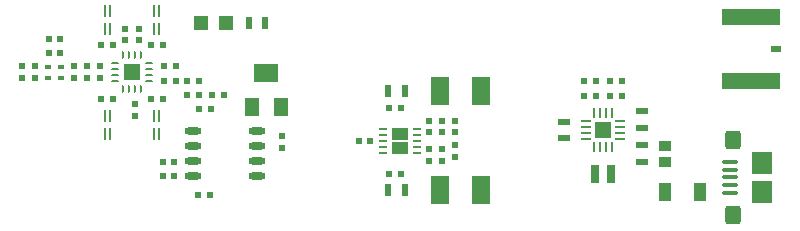
<source format=gtp>
G04*
G04 #@! TF.GenerationSoftware,Altium Limited,Altium Designer,24.1.0 (36)*
G04*
G04 Layer_Color=8421504*
%FSLAX44Y44*%
%MOMM*%
G71*
G04*
G04 #@! TF.SameCoordinates,419B32F7-A19B-4B02-8D27-CA0E7DC0472F*
G04*
G04*
G04 #@! TF.FilePolarity,Positive*
G04*
G01*
G75*
%ADD15R,1.4000X1.0000*%
%ADD16R,0.9000X0.6100*%
%ADD17R,5.0000X1.4000*%
%ADD18R,1.4500X1.4500*%
G04:AMPARAMS|DCode=19|XSize=0.25mm|YSize=0.7mm|CornerRadius=0.0625mm|HoleSize=0mm|Usage=FLASHONLY|Rotation=0.000|XOffset=0mm|YOffset=0mm|HoleType=Round|Shape=RoundedRectangle|*
%AMROUNDEDRECTD19*
21,1,0.2500,0.5750,0,0,0.0*
21,1,0.1250,0.7000,0,0,0.0*
1,1,0.1250,0.0625,-0.2875*
1,1,0.1250,-0.0625,-0.2875*
1,1,0.1250,-0.0625,0.2875*
1,1,0.1250,0.0625,0.2875*
%
%ADD19ROUNDEDRECTD19*%
G04:AMPARAMS|DCode=20|XSize=0.25mm|YSize=0.7mm|CornerRadius=0.0625mm|HoleSize=0mm|Usage=FLASHONLY|Rotation=90.000|XOffset=0mm|YOffset=0mm|HoleType=Round|Shape=RoundedRectangle|*
%AMROUNDEDRECTD20*
21,1,0.2500,0.5750,0,0,90.0*
21,1,0.1250,0.7000,0,0,90.0*
1,1,0.1250,0.2875,0.0625*
1,1,0.1250,0.2875,-0.0625*
1,1,0.1250,-0.2875,-0.0625*
1,1,0.1250,-0.2875,0.0625*
%
%ADD20ROUNDEDRECTD20*%
%ADD21O,0.8500X0.2500*%
%ADD22O,0.2500X0.8500*%
%ADD23R,0.7000X0.2500*%
%ADD24O,1.4500X0.6000*%
%ADD25R,0.6000X1.0000*%
%ADD26R,0.5000X0.5000*%
%ADD27R,0.5000X0.5000*%
%ADD28R,2.0000X1.6000*%
%ADD29R,1.3000X1.6000*%
%ADD30R,0.6500X1.6000*%
%ADD31O,1.3500X0.4000*%
%ADD32R,1.8000X1.9000*%
G04:AMPARAMS|DCode=33|XSize=1.6mm|YSize=1.4mm|CornerRadius=0.35mm|HoleSize=0mm|Usage=FLASHONLY|Rotation=270.000|XOffset=0mm|YOffset=0mm|HoleType=Round|Shape=RoundedRectangle|*
%AMROUNDEDRECTD33*
21,1,1.6000,0.7000,0,0,270.0*
21,1,0.9000,1.4000,0,0,270.0*
1,1,0.7000,-0.3500,-0.4500*
1,1,0.7000,-0.3500,0.4500*
1,1,0.7000,0.3500,0.4500*
1,1,0.7000,0.3500,-0.4500*
%
%ADD33ROUNDEDRECTD33*%
%ADD34R,1.0000X0.9000*%
%ADD35R,1.0000X1.6000*%
%ADD36R,1.2000X1.2000*%
%ADD37R,0.2200X1.0000*%
%ADD38R,1.0000X0.6000*%
%ADD39R,1.6500X2.4000*%
%ADD40R,0.5000X0.4000*%
D15*
X377000Y83000D02*
D03*
Y71000D02*
D03*
D16*
X695000Y155000D02*
D03*
D17*
X674500Y128000D02*
D03*
Y182000D02*
D03*
D18*
X150000Y135000D02*
D03*
X549000Y86000D02*
D03*
D19*
X142500Y149250D02*
D03*
X147500D02*
D03*
X152500D02*
D03*
X157500D02*
D03*
Y120750D02*
D03*
X152500D02*
D03*
X147500D02*
D03*
X142500D02*
D03*
D20*
X164250Y142500D02*
D03*
Y137500D02*
D03*
Y132500D02*
D03*
Y127500D02*
D03*
X135750D02*
D03*
Y132500D02*
D03*
Y137500D02*
D03*
Y142500D02*
D03*
D21*
X563250Y78500D02*
D03*
Y83500D02*
D03*
Y88500D02*
D03*
Y93500D02*
D03*
X534750D02*
D03*
Y88500D02*
D03*
Y83500D02*
D03*
Y78500D02*
D03*
D22*
X556500Y100250D02*
D03*
X551500D02*
D03*
X546500D02*
D03*
X541500D02*
D03*
Y71750D02*
D03*
X546500D02*
D03*
X551500D02*
D03*
X556500D02*
D03*
D23*
X362500Y87000D02*
D03*
Y82000D02*
D03*
Y77000D02*
D03*
Y72000D02*
D03*
Y67000D02*
D03*
X391500D02*
D03*
Y72000D02*
D03*
Y77000D02*
D03*
Y82000D02*
D03*
Y87000D02*
D03*
D24*
X201751Y85051D02*
D03*
Y72351D02*
D03*
Y59651D02*
D03*
Y46951D02*
D03*
X256251Y85051D02*
D03*
Y72351D02*
D03*
Y59651D02*
D03*
Y46951D02*
D03*
D25*
X263000Y177000D02*
D03*
X249000D02*
D03*
X367000Y35000D02*
D03*
X381000D02*
D03*
X381000Y119000D02*
D03*
X367000D02*
D03*
D26*
X424000Y73000D02*
D03*
Y63000D02*
D03*
Y94000D02*
D03*
Y84000D02*
D03*
X413000Y60000D02*
D03*
Y70000D02*
D03*
Y84000D02*
D03*
Y94000D02*
D03*
X156000Y172000D02*
D03*
Y162000D02*
D03*
X144000Y172000D02*
D03*
Y162000D02*
D03*
X153000Y98000D02*
D03*
Y108000D02*
D03*
X123000Y130000D02*
D03*
Y140000D02*
D03*
X68000Y130000D02*
D03*
Y140000D02*
D03*
X112000D02*
D03*
Y130000D02*
D03*
X57000Y140000D02*
D03*
Y130000D02*
D03*
X277000Y81000D02*
D03*
Y71000D02*
D03*
X402000Y70000D02*
D03*
Y60000D02*
D03*
Y84000D02*
D03*
Y94000D02*
D03*
X101000Y140000D02*
D03*
Y130000D02*
D03*
D27*
X187000Y140000D02*
D03*
X177000D02*
D03*
X207000Y104000D02*
D03*
X217000D02*
D03*
X555000Y128000D02*
D03*
X565000D02*
D03*
X207000D02*
D03*
X197000D02*
D03*
X177000D02*
D03*
X187000D02*
D03*
X186000Y59000D02*
D03*
X176000D02*
D03*
X186000Y47000D02*
D03*
X176000D02*
D03*
X533000Y128000D02*
D03*
X543000D02*
D03*
X533000Y115000D02*
D03*
X543000D02*
D03*
X79500Y163000D02*
D03*
X89500D02*
D03*
Y151000D02*
D03*
X79500D02*
D03*
X378000Y49000D02*
D03*
X368000D02*
D03*
Y105000D02*
D03*
X378000D02*
D03*
X565000Y115000D02*
D03*
X555000D02*
D03*
X176000Y112000D02*
D03*
X166000D02*
D03*
X134000Y158000D02*
D03*
X124000D02*
D03*
Y112000D02*
D03*
X134000D02*
D03*
X166000Y158000D02*
D03*
X176000D02*
D03*
X216000Y31000D02*
D03*
X206000D02*
D03*
X352000Y77000D02*
D03*
X342000D02*
D03*
X218000Y116000D02*
D03*
X228000D02*
D03*
X197000D02*
D03*
X207000D02*
D03*
D28*
X264000Y134500D02*
D03*
D29*
X276500Y105500D02*
D03*
X251500D02*
D03*
D30*
X542250Y49000D02*
D03*
X555750D02*
D03*
D31*
X656750Y52500D02*
D03*
Y59000D02*
D03*
Y33000D02*
D03*
Y39500D02*
D03*
Y46000D02*
D03*
D32*
X683500Y34000D02*
D03*
Y58000D02*
D03*
D33*
X659000Y14000D02*
D03*
Y78000D02*
D03*
D34*
X601000Y59250D02*
D03*
Y72750D02*
D03*
D35*
X631000Y34000D02*
D03*
X601000D02*
D03*
D36*
X229500Y177000D02*
D03*
X208500D02*
D03*
D37*
X173100Y83000D02*
D03*
X168900D02*
D03*
Y187000D02*
D03*
X173100D02*
D03*
X126900Y83000D02*
D03*
X131100D02*
D03*
Y187000D02*
D03*
X126900D02*
D03*
Y98000D02*
D03*
X131100D02*
D03*
X168900Y172000D02*
D03*
X173100D02*
D03*
X173100Y98000D02*
D03*
X168900D02*
D03*
X131100Y172000D02*
D03*
X126900D02*
D03*
D38*
X582000Y102000D02*
D03*
Y88000D02*
D03*
X516000Y79000D02*
D03*
Y93000D02*
D03*
X582000Y73000D02*
D03*
Y59000D02*
D03*
D39*
X410750Y35000D02*
D03*
X445250D02*
D03*
X445250Y119000D02*
D03*
X410750D02*
D03*
D40*
X90000Y130500D02*
D03*
Y139500D02*
D03*
X79000D02*
D03*
Y130500D02*
D03*
M02*

</source>
